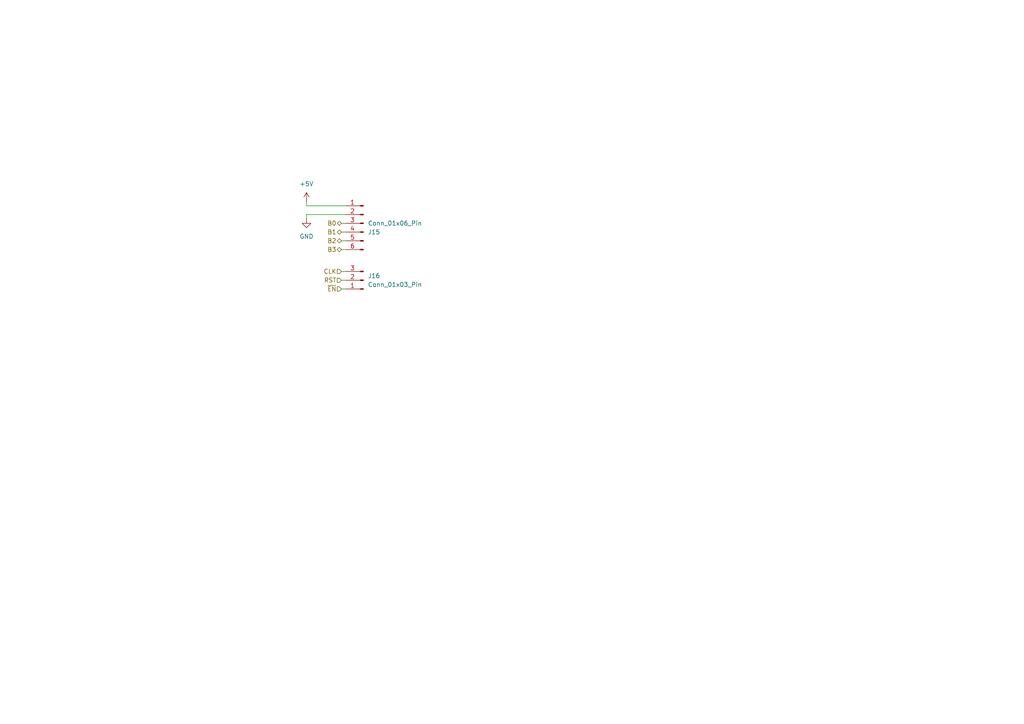
<source format=kicad_sch>
(kicad_sch (version 20231120) (generator "eeschema") (generator_version "8.0")
  (paper "A4")
  (lib_symbols
    (symbol "Connector:Conn_01x03_Pin" (pin_names (offset 1.016) hide)
      (property "Reference" "J" (at 0 5.08 0))
      (property "Value" "Conn_01x03_Pin" (at 0 -5.08 0))
      (symbol "Conn_01x03_Pin_1_1"
        (polyline (pts (xy 1.27 -2.54) (xy 0.8636 -2.54)) (stroke (width 0.1524)))
        (polyline (pts (xy 1.27 0) (xy 0.8636 0)) (stroke (width 0.1524)))
        (polyline (pts (xy 1.27 2.54) (xy 0.8636 2.54)) (stroke (width 0.1524)))
        (rectangle (start 0.8636 -2.413) (end 0 -2.667) (stroke (width 0.1524)) (fill (type outline)))
        (rectangle (start 0.8636 0.127) (end 0 -0.127) (stroke (width 0.1524)) (fill (type outline)))
        (rectangle (start 0.8636 2.667) (end 0 2.413) (stroke (width 0.1524)) (fill (type outline)))
        (pin passive line (at 5.08 2.54 180) (length 3.81) (name "Pin_1") (number "1"))
        (pin passive line (at 5.08 0 180) (length 3.81) (name "Pin_2") (number "2"))
        (pin passive line (at 5.08 -2.54 180) (length 3.81) (name "Pin_3") (number "3"))
      )
    )
    (symbol "Connector:Conn_01x06_Pin" (pin_names (offset 1.016) hide)
      (property "Reference" "J" (at 0 7.62 0))
      (property "Value" "Conn_01x06_Pin" (at 0 -10.16 0))
      (symbol "Conn_01x06_Pin_1_1"
        (polyline (pts (xy 1.27 -7.62) (xy 0.8636 -7.62)) (stroke (width 0.1524)))
        (polyline (pts (xy 1.27 -5.08) (xy 0.8636 -5.08)) (stroke (width 0.1524)))
        (polyline (pts (xy 1.27 -2.54) (xy 0.8636 -2.54)) (stroke (width 0.1524)))
        (polyline (pts (xy 1.27 0) (xy 0.8636 0)) (stroke (width 0.1524)))
        (polyline (pts (xy 1.27 2.54) (xy 0.8636 2.54)) (stroke (width 0.1524)))
        (polyline (pts (xy 1.27 5.08) (xy 0.8636 5.08)) (stroke (width 0.1524)))
        (rectangle (start 0.8636 -7.493) (end 0 -7.747) (stroke (width 0.1524)) (fill (type outline)))
        (rectangle (start 0.8636 -4.953) (end 0 -5.207) (stroke (width 0.1524)) (fill (type outline)))
        (rectangle (start 0.8636 -2.413) (end 0 -2.667) (stroke (width 0.1524)) (fill (type outline)))
        (rectangle (start 0.8636 0.127) (end 0 -0.127) (stroke (width 0.1524)) (fill (type outline)))
        (rectangle (start 0.8636 2.667) (end 0 2.413) (stroke (width 0.1524)) (fill (type outline)))
        (rectangle (start 0.8636 5.207) (end 0 4.953) (stroke (width 0.1524)) (fill (type outline)))
        (pin passive line (at 5.08 5.08 180) (length 3.81) (name "Pin_1") (number "1"))
        (pin passive line (at 5.08 2.54 180) (length 3.81) (name "Pin_2") (number "2"))
        (pin passive line (at 5.08 0 180) (length 3.81) (name "Pin_3") (number "3"))
        (pin passive line (at 5.08 -2.54 180) (length 3.81) (name "Pin_4") (number "4"))
        (pin passive line (at 5.08 -5.08 180) (length 3.81) (name "Pin_5") (number "5"))
        (pin passive line (at 5.08 -7.62 180) (length 3.81) (name "Pin_6") (number "6"))
      )
    )
    (symbol "power:+5V" (power) (pin_numbers hide) (pin_names (offset 0) hide)
      (property "Value" "+5V" (at 0 3.556 0))
      (symbol "+5V_0_1"
        (polyline (pts (xy -0.762 1.27) (xy 0 2.54)))
        (polyline (pts (xy 0 0) (xy 0 2.54)))
        (polyline (pts (xy 0 2.54) (xy 0.762 1.27)))
      )
      (symbol "+5V_1_1"
        (pin power_in line (at 0 0 90) (length 0) (name "~") (number "1"))
      )
    )
    (symbol "power:GND" (power) (pin_numbers hide) (pin_names (offset 0) hide)
      (property "Value" "GND" (at 0 -3.81 0))
      (symbol "GND_0_1"
        (polyline (pts (xy 0 0) (xy 0 -1.27) (xy 1.27 -1.27) (xy 0 -2.54) (xy -1.27 -1.27) (xy 0 -1.27)))
      )
      (symbol "GND_1_1"
        (pin power_in line (at 0 0 270) (length 0) (name "~") (number "1"))
      )
    )
  )
  (wire (pts (xy 100.33 72.39) (xy 99.06 72.39)))
  (wire (pts (xy 88.9 58.42) (xy 88.9 59.69)))
  (wire (pts (xy 100.33 64.77) (xy 99.06 64.77)))
  (wire (pts (xy 88.9 62.23) (xy 88.9 63.5)))
  (wire (pts (xy 88.9 59.69) (xy 100.33 59.69)))
  (wire (pts (xy 100.33 69.85) (xy 99.06 69.85)))
  (wire (pts (xy 99.06 78.74) (xy 100.33 78.74)))
  (wire (pts (xy 100.33 62.23) (xy 88.9 62.23)))
  (wire (pts (xy 100.33 67.31) (xy 99.06 67.31)))
  (wire (pts (xy 99.06 81.28) (xy 100.33 81.28)))
  (wire (pts (xy 99.06 83.82) (xy 100.33 83.82)))
  (hierarchical_label "RST" (shape input) (at 99.06 81.28 180))
  (hierarchical_label "B3" (shape bidirectional) (at 99.06 72.39 180))
  (hierarchical_label "~{EN}" (shape input) (at 99.06 83.82 180))
  (hierarchical_label "CLK" (shape input) (at 99.06 78.74 180))
  (hierarchical_label "B0" (shape bidirectional) (at 99.06 64.77 180))
  (hierarchical_label "B1" (shape bidirectional) (at 99.06 67.31 180))
  (hierarchical_label "B2" (shape bidirectional) (at 99.06 69.85 180))
  (symbol (lib_id "power:GND") (at 88.9 63.5 0) (unit 1)
    (property "Reference" "#PWR04" (effects (hide yes)))
    (property "Value" "GND" (at 88.9 68.58 0))
    (property "Description" "Power symbol creates a global label with name \"GND\" , ground" (effects (hide yes)))
  )
  (symbol (lib_id "Connector:Conn_01x06_Pin") (at 105.41 64.77 0) (mirror y) (unit 1)
    (property "Reference" "J15" (at 106.68 67.3101 0) (effects (justify right)))
    (property "Value" "Conn_01x06_Pin" (at 106.68 64.7701 0) (effects (justify right)))
    (property "Footprint" "Connector_PinHeader_2.54mm:PinHeader_1x06_P2.54mm_Vertical" (effects (hide yes)))
    (property "Description" "Generic connector, single row, 01x06, script generated" (effects (hide yes)))
  )
  (symbol (lib_id "Connector:Conn_01x03_Pin") (at 105.41 81.28 180) (unit 1)
    (property "Reference" "J16" (at 106.68 80.0099 0) (effects (justify right)))
    (property "Value" "Conn_01x03_Pin" (at 106.68 82.5499 0) (effects (justify right)))
    (property "Footprint" "Connector_PinHeader_2.54mm:PinHeader_1x03_P2.54mm_Vertical" (effects (hide yes)))
    (property "Description" "Generic connector, single row, 01x03, script generated" (effects (hide yes)))
  )
  (symbol (lib_id "power:+5V") (at 88.9 58.42 0) (unit 1)
    (property "Reference" "#PWR03" (effects (hide yes)))
    (property "Value" "+5V" (at 88.9 53.34 0))
    (property "Description" "Power symbol creates a global label with name \"+5V\"" (effects (hide yes)))
  )
)
</source>
